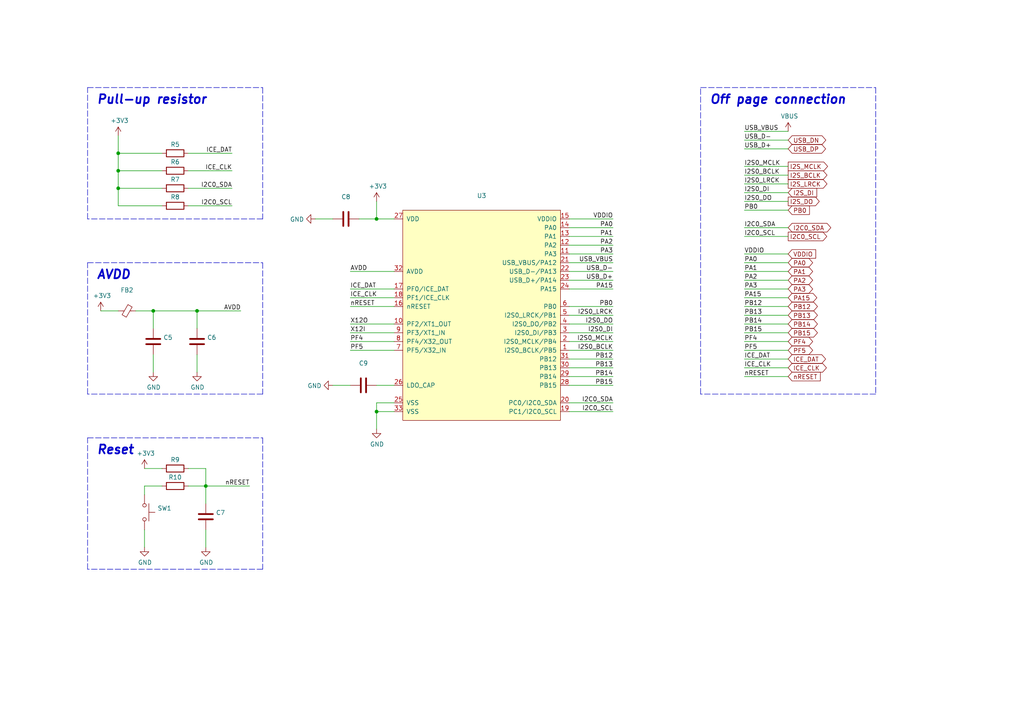
<source format=kicad_sch>
(kicad_sch (version 20211123) (generator eeschema)
  (paper "A4")
  (title_block (title "NuDAC") (date "2021-06-02") (rev "1.0.0") (company "DANCHOUZHOU") (comment 1 "Copyright © Danny Chou, all rights reserved.") (comment 2 "danchouzhou@gmail.com"))
  (lib_symbols
    (symbol "M482ZGCAE:M482ZGCAE" (pin_names (offset 1.016))
      (property "Reference" "U" (at 0 34.29 0))
      (property "Value" "M482ZGCAE" (at 0 31.75 0))
      (symbol "M482ZGCAE_0_1"
        (rectangle (start -22.86 30.48) (end 22.86 -30.48) (fill (type background)))
      )
      (symbol "M482ZGCAE_1_1"
        (pin bidirectional line (at 25.4 -10.16 180) (length 2.54) (name "I2S0_BCLK/PB5") (number "1"))
        (pin bidirectional line (at -25.4 -2.54 0) (length 2.54) (name "PF2/XT1_OUT") (number "10"))
        (pin bidirectional line (at 25.4 17.78 180) (length 2.54) (name "PA3") (number "11"))
        (pin bidirectional line (at 25.4 20.32 180) (length 2.54) (name "PA2") (number "12"))
        (pin bidirectional line (at 25.4 22.86 180) (length 2.54) (name "PA1") (number "13"))
        (pin bidirectional line (at 25.4 25.4 180) (length 2.54) (name "PA0") (number "14"))
        (pin power_in line (at 25.4 27.94 180) (length 2.54) (name "VDDIO") (number "15"))
        (pin input line (at -25.4 2.54 0) (length 2.54) (name "nRESET") (number "16"))
        (pin bidirectional line (at -25.4 7.62 0) (length 2.54) (name "PF0/ICE_DAT") (number "17"))
        (pin bidirectional line (at -25.4 5.08 0) (length 2.54) (name "PF1/ICE_CLK") (number "18"))
        (pin bidirectional line (at 25.4 -27.94 180) (length 2.54) (name "PC1/I2C0_SCL") (number "19"))
        (pin bidirectional line (at 25.4 -7.62 180) (length 2.54) (name "I2S0_MCLK/PB4") (number "2"))
        (pin bidirectional line (at 25.4 -25.4 180) (length 2.54) (name "PC0/I2C0_SDA") (number "20"))
        (pin power_in line (at 25.4 15.24 180) (length 2.54) (name "USB_VBUS/PA12") (number "21"))
        (pin bidirectional line (at 25.4 12.7 180) (length 2.54) (name "USB_D-/PA13") (number "22"))
        (pin bidirectional line (at 25.4 10.16 180) (length 2.54) (name "USB_D+/PA14") (number "23"))
        (pin bidirectional line (at 25.4 7.62 180) (length 2.54) (name "PA15") (number "24"))
        (pin power_in line (at -25.4 -25.4 0) (length 2.54) (name "VSS") (number "25"))
        (pin output line (at -25.4 -20.32 0) (length 2.54) (name "LDO_CAP") (number "26"))
        (pin power_in line (at -25.4 27.94 0) (length 2.54) (name "VDD") (number "27"))
        (pin power_in line (at 25.4 -20.32 180) (length 2.54) (name "PB15") (number "28"))
        (pin power_in line (at 25.4 -17.78 180) (length 2.54) (name "PB14") (number "29"))
        (pin bidirectional line (at 25.4 -5.08 180) (length 2.54) (name "I2S0_DI/PB3") (number "3"))
        (pin power_in line (at 25.4 -15.24 180) (length 2.54) (name "PB13") (number "30"))
        (pin power_in line (at 25.4 -12.7 180) (length 2.54) (name "PB12") (number "31"))
        (pin power_in line (at -25.4 12.7 0) (length 2.54) (name "AVDD") (number "32"))
        (pin power_in line (at -25.4 -27.94 0) (length 2.54) (name "VSS") (number "33"))
        (pin bidirectional line (at 25.4 -2.54 180) (length 2.54) (name "I2S0_DO/PB2") (number "4"))
        (pin bidirectional line (at 25.4 0 180) (length 2.54) (name "I2S0_LRCK/PB1") (number "5"))
        (pin bidirectional line (at 25.4 2.54 180) (length 2.54) (name "PB0") (number "6"))
        (pin bidirectional line (at -25.4 -10.16 0) (length 2.54) (name "PF5/X32_IN") (number "7"))
        (pin bidirectional line (at -25.4 -7.62 0) (length 2.54) (name "PF4/X32_OUT") (number "8"))
        (pin bidirectional line (at -25.4 -5.08 0) (length 2.54) (name "PF3/XT1_IN") (number "9"))
      )
    )
    (symbol "NuDAC-rescue:+3.3V-power" (power) (pin_names (offset 0))
      (property "Value" "+3.3V-power" (at 0 3.556 0))
      (symbol "+3.3V-power_0_1"
        (polyline (pts (xy -0.762 1.27) (xy 0 2.54)))
        (polyline (pts (xy 0 0) (xy 0 2.54)))
        (polyline (pts (xy 0 2.54) (xy 0.762 1.27)))
      )
      (symbol "+3.3V-power_1_1"
        (pin power_in line (at 0 0 90) (length 0) hide (name "+3V3") (number "1"))
      )
    )
    (symbol "NuDAC-rescue:+3V3-power" (power) (pin_names (offset 0))
      (property "Value" "+3V3-power" (at 0 3.556 0))
      (symbol "+3V3-power_0_1"
        (polyline (pts (xy -0.762 1.27) (xy 0 2.54)))
        (polyline (pts (xy 0 0) (xy 0 2.54)))
        (polyline (pts (xy 0 2.54) (xy 0.762 1.27)))
      )
      (symbol "+3V3-power_1_1"
        (pin power_in line (at 0 0 90) (length 0) hide (name "+3V3") (number "1"))
      )
    )
    (symbol "NuDAC-rescue:C-Device" (pin_numbers hide) (pin_names (offset 0.254))
      (property "Reference" "C" (at 0.635 2.54 0))
      (property "Value" "C-Device" (at 0.635 -2.54 0))
      (symbol "C-Device_0_1"
        (polyline (pts (xy -2.032 -0.762) (xy 2.032 -0.762)) (stroke (width 0.508)))
        (polyline (pts (xy -2.032 0.762) (xy 2.032 0.762)) (stroke (width 0.508)))
      )
      (symbol "C-Device_1_1"
        (pin passive line (at 0 3.81 270) (length 2.794) (name "~") (number "1"))
        (pin passive line (at 0 -3.81 90) (length 2.794) (name "~") (number "2"))
      )
    )
    (symbol "NuDAC-rescue:Ferrite_Bead_Small-Device" (pin_numbers hide) (pin_names (offset 0))
      (property "Reference" "FB" (at 1.905 1.27 0))
      (property "Value" "Ferrite_Bead_Small-Device" (at 1.905 -1.27 0))
      (symbol "Ferrite_Bead_Small-Device_0_1"
        (polyline (pts (xy 0 -1.27) (xy 0 -0.7874)))
        (polyline (pts (xy 0 0.889) (xy 0 1.2954)))
        (polyline (pts (xy -1.8288 0.2794) (xy -1.1176 1.4986) (xy 1.8288 -0.2032) (xy 1.1176 -1.4224) (xy -1.8288 0.2794)))
      )
      (symbol "Ferrite_Bead_Small-Device_1_1"
        (pin passive line (at 0 2.54 270) (length 1.27) (name "~") (number "1"))
        (pin passive line (at 0 -2.54 90) (length 1.27) (name "~") (number "2"))
      )
    )
    (symbol "NuDAC-rescue:GND-power" (power) (pin_names (offset 0))
      (property "Value" "GND-power" (at 0 -3.81 0))
      (symbol "GND-power_0_1"
        (polyline (pts (xy 0 0) (xy 0 -1.27) (xy 1.27 -1.27) (xy 0 -2.54) (xy -1.27 -1.27) (xy 0 -1.27)))
      )
      (symbol "GND-power_1_1"
        (pin power_in line (at 0 0 270) (length 0) hide (name "GND") (number "1"))
      )
    )
    (symbol "NuDAC-rescue:R-Device" (pin_numbers hide) (pin_names (offset 0))
      (property "Reference" "R" (at 2.032 0 90))
      (property "Value" "R-Device" (at 0 0 90))
      (symbol "R-Device_0_1"
        (rectangle (start -1.016 -2.54) (end 1.016 2.54) (stroke (width 0.254)))
      )
      (symbol "R-Device_1_1"
        (pin passive line (at 0 3.81 270) (length 1.27) (name "~") (number "1"))
        (pin passive line (at 0 -3.81 90) (length 1.27) (name "~") (number "2"))
      )
    )
    (symbol "NuDAC-rescue:SW_Push-Switch" (pin_numbers hide) (pin_names (offset 1.016) hide)
      (property "Reference" "SW" (at 1.27 2.54 0))
      (property "Value" "SW_Push-Switch" (at 0 -1.524 0))
      (symbol "SW_Push-Switch_0_1"
        (circle (center -2.032 0) (radius 0.508))
        (polyline (pts (xy 0 1.27) (xy 0 3.048)))
        (polyline (pts (xy 2.54 1.27) (xy -2.54 1.27)))
        (circle (center 2.032 0) (radius 0.508))
        (pin passive line (at -5.08 0 0) (length 2.54) (name "1") (number "1"))
        (pin passive line (at 5.08 0 180) (length 2.54) (name "2") (number "2"))
      )
    )
    (symbol "power:VBUS" (power) (pin_names (offset 0))
      (property "Value" "VBUS" (at 0 3.81 0))
      (symbol "VBUS_0_1"
        (polyline (pts (xy -0.762 1.27) (xy 0 2.54)))
        (polyline (pts (xy 0 0) (xy 0 2.54)))
        (polyline (pts (xy 0 2.54) (xy 0.762 1.27)))
      )
      (symbol "VBUS_1_1"
        (pin power_in line (at 0 0 90) (length 0) hide (name "VBUS") (number "1"))
      )
    )
  )
  (junction (at 34.29 49.53))
  (junction (at 44.45 90.17))
  (junction (at 59.69 140.97))
  (junction (at 57.15 90.17))
  (junction (at 109.22 119.38))
  (junction (at 109.22 63.5))
  (junction (at 34.29 54.61))
  (junction (at 34.29 44.45))
  (wire (pts (xy 104.14 63.5) (xy 109.22 63.5)))
  (wire (pts (xy 44.45 107.95) (xy 44.45 102.87)))
  (wire (pts (xy 101.6 99.06) (xy 114.3 99.06)))
  (wire (pts (xy 215.9 81.28) (xy 228.6 81.28)))
  (wire (pts (xy 215.9 73.66) (xy 228.6 73.66)))
  (wire (pts (xy 215.9 88.9) (xy 228.6 88.9)))
  (wire (pts (xy 109.22 63.5) (xy 109.22 58.42)))
  (wire (pts (xy 215.9 38.1) (xy 228.6 38.1)))
  (wire (pts (xy 215.9 53.34) (xy 228.6 53.34)))
  (wire (pts (xy 215.9 96.52) (xy 228.6 96.52)))
  (wire (pts (xy 34.29 59.69) (xy 34.29 54.61)))
  (polyline (pts (xy 25.4 63.5) (xy 25.4 25.4)))
  (wire (pts (xy 59.69 140.97) (xy 72.39 140.97)))
  (polyline (pts (xy 76.2 63.5) (xy 25.4 63.5)))
  (wire (pts (xy 177.8 99.06) (xy 165.1 99.06)))
  (wire (pts (xy 34.29 54.61) (xy 46.99 54.61)))
  (wire (pts (xy 67.31 59.69) (xy 54.61 59.69)))
  (wire (pts (xy 215.9 43.18) (xy 228.6 43.18)))
  (wire (pts (xy 109.22 119.38) (xy 114.3 119.38)))
  (polyline (pts (xy 25.4 127) (xy 76.2 127)))
  (wire (pts (xy 165.1 116.84) (xy 177.8 116.84)))
  (polyline (pts (xy 254 114.3) (xy 203.2 114.3)))
  (wire (pts (xy 57.15 107.95) (xy 57.15 102.87)))
  (wire (pts (xy 57.15 90.17) (xy 57.15 95.25)))
  (wire (pts (xy 59.69 158.75) (xy 59.69 153.67)))
  (wire (pts (xy 215.9 40.64) (xy 228.6 40.64)))
  (wire (pts (xy 101.6 96.52) (xy 114.3 96.52)))
  (wire (pts (xy 177.8 73.66) (xy 165.1 73.66)))
  (wire (pts (xy 215.9 55.88) (xy 228.6 55.88)))
  (wire (pts (xy 54.61 135.89) (xy 59.69 135.89)))
  (wire (pts (xy 101.6 86.36) (xy 114.3 86.36)))
  (wire (pts (xy 101.6 101.6) (xy 114.3 101.6)))
  (wire (pts (xy 41.91 135.89) (xy 46.99 135.89)))
  (wire (pts (xy 177.8 88.9) (xy 165.1 88.9)))
  (wire (pts (xy 177.8 83.82) (xy 165.1 83.82)))
  (wire (pts (xy 228.6 66.04) (xy 215.9 66.04)))
  (wire (pts (xy 101.6 83.82) (xy 114.3 83.82)))
  (polyline (pts (xy 203.2 114.3) (xy 203.2 25.4)))
  (wire (pts (xy 59.69 140.97) (xy 59.69 146.05)))
  (wire (pts (xy 109.22 111.76) (xy 114.3 111.76)))
  (wire (pts (xy 177.8 104.14) (xy 165.1 104.14)))
  (wire (pts (xy 41.91 140.97) (xy 41.91 143.51)))
  (wire (pts (xy 177.8 78.74) (xy 165.1 78.74)))
  (wire (pts (xy 54.61 44.45) (xy 67.31 44.45)))
  (wire (pts (xy 215.9 93.98) (xy 228.6 93.98)))
  (wire (pts (xy 109.22 63.5) (xy 114.3 63.5)))
  (wire (pts (xy 109.22 116.84) (xy 114.3 116.84)))
  (wire (pts (xy 177.8 106.68) (xy 165.1 106.68)))
  (polyline (pts (xy 25.4 165.1) (xy 25.4 127)))
  (wire (pts (xy 101.6 78.74) (xy 114.3 78.74)))
  (polyline (pts (xy 25.4 114.3) (xy 25.4 76.2)))
  (wire (pts (xy 177.8 96.52) (xy 165.1 96.52)))
  (wire (pts (xy 29.21 90.17) (xy 34.29 90.17)))
  (wire (pts (xy 215.9 58.42) (xy 228.6 58.42)))
  (wire (pts (xy 215.9 86.36) (xy 228.6 86.36)))
  (wire (pts (xy 228.6 68.58) (xy 215.9 68.58)))
  (wire (pts (xy 177.8 91.44) (xy 165.1 91.44)))
  (wire (pts (xy 215.9 109.22) (xy 228.6 109.22)))
  (wire (pts (xy 177.8 76.2) (xy 165.1 76.2)))
  (polyline (pts (xy 25.4 25.4) (xy 76.2 25.4)))
  (wire (pts (xy 109.22 116.84) (xy 109.22 119.38)))
  (wire (pts (xy 177.8 68.58) (xy 165.1 68.58)))
  (wire (pts (xy 34.29 49.53) (xy 34.29 44.45)))
  (wire (pts (xy 215.9 60.96) (xy 228.6 60.96)))
  (wire (pts (xy 177.8 63.5) (xy 165.1 63.5)))
  (wire (pts (xy 177.8 66.04) (xy 165.1 66.04)))
  (wire (pts (xy 57.15 90.17) (xy 69.85 90.17)))
  (wire (pts (xy 34.29 44.45) (xy 34.29 39.37)))
  (wire (pts (xy 96.52 111.76) (xy 101.6 111.76)))
  (wire (pts (xy 215.9 101.6) (xy 228.6 101.6)))
  (wire (pts (xy 101.6 88.9) (xy 114.3 88.9)))
  (wire (pts (xy 177.8 109.22) (xy 165.1 109.22)))
  (wire (pts (xy 34.29 49.53) (xy 46.99 49.53)))
  (polyline (pts (xy 76.2 114.3) (xy 25.4 114.3)))
  (wire (pts (xy 44.45 90.17) (xy 57.15 90.17)))
  (polyline (pts (xy 76.2 25.4) (xy 76.2 63.5)))
  (wire (pts (xy 215.9 104.14) (xy 228.6 104.14)))
  (wire (pts (xy 177.8 81.28) (xy 165.1 81.28)))
  (polyline (pts (xy 254 25.4) (xy 254 114.3)))
  (wire (pts (xy 109.22 119.38) (xy 109.22 124.46)))
  (wire (pts (xy 41.91 158.75) (xy 41.91 153.67)))
  (wire (pts (xy 215.9 78.74) (xy 228.6 78.74)))
  (wire (pts (xy 59.69 135.89) (xy 59.69 140.97)))
  (wire (pts (xy 177.8 101.6) (xy 165.1 101.6)))
  (wire (pts (xy 165.1 119.38) (xy 177.8 119.38)))
  (wire (pts (xy 39.37 90.17) (xy 44.45 90.17)))
  (wire (pts (xy 215.9 76.2) (xy 228.6 76.2)))
  (wire (pts (xy 177.8 71.12) (xy 165.1 71.12)))
  (polyline (pts (xy 76.2 76.2) (xy 76.2 114.3)))
  (wire (pts (xy 215.9 91.44) (xy 228.6 91.44)))
  (wire (pts (xy 215.9 83.82) (xy 228.6 83.82)))
  (polyline (pts (xy 25.4 76.2) (xy 76.2 76.2)))
  (wire (pts (xy 101.6 93.98) (xy 114.3 93.98)))
  (polyline (pts (xy 76.2 127) (xy 76.2 165.1)))
  (wire (pts (xy 177.8 93.98) (xy 165.1 93.98)))
  (wire (pts (xy 46.99 59.69) (xy 34.29 59.69)))
  (wire (pts (xy 67.31 54.61) (xy 54.61 54.61)))
  (wire (pts (xy 54.61 140.97) (xy 59.69 140.97)))
  (wire (pts (xy 44.45 90.17) (xy 44.45 95.25)))
  (polyline (pts (xy 76.2 165.1) (xy 25.4 165.1)))
  (wire (pts (xy 91.44 63.5) (xy 96.52 63.5)))
  (wire (pts (xy 34.29 44.45) (xy 46.99 44.45)))
  (wire (pts (xy 215.9 48.26) (xy 228.6 48.26)))
  (wire (pts (xy 67.31 49.53) (xy 54.61 49.53)))
  (polyline (pts (xy 203.2 25.4) (xy 254 25.4)))
  (wire (pts (xy 177.8 111.76) (xy 165.1 111.76)))
  (wire (pts (xy 215.9 99.06) (xy 228.6 99.06)))
  (wire (pts (xy 215.9 106.68) (xy 228.6 106.68)))
  (wire (pts (xy 46.99 140.97) (xy 41.91 140.97)))
  (wire (pts (xy 215.9 50.8) (xy 228.6 50.8)))
  (wire (pts (xy 34.29 54.61) (xy 34.29 49.53)))
  (text "Reset" (at 27.94 132.08 0) (effects (font (size 2.54 2.54) (thickness 0.508) bold italic) (justify left bottom)))
  (text "Off page connection" (at 205.74 30.48 0) (effects (font (size 2.54 2.54) (thickness 0.508) bold italic) (justify left bottom)))
  (text "Pull-up resistor" (at 27.94 30.48 0) (effects (font (size 2.54 2.54) (thickness 0.508) bold italic) (justify left bottom)))
  (text "AVDD" (at 27.94 81.28 0) (effects (font (size 2.54 2.54) (thickness 0.508) bold italic) (justify left bottom)))
  (label "ICE_CLK" (at 215.9 106.68 0))
  (label "PF5" (at 215.9 101.6 0))
  (label "PA1" (at 177.8 68.58 180))
  (label "PA2" (at 215.9 81.28 0))
  (label "I2C0_SDA" (at 177.8 116.84 180))
  (label "PA0" (at 177.8 66.04 180))
  (label "PA15" (at 215.9 86.36 0))
  (label "PB15" (at 177.8 111.76 180))
  (label "PA3" (at 177.8 73.66 180))
  (label "PB12" (at 177.8 104.14 180))
  (label "ICE_DAT" (at 101.6 83.82 0))
  (label "USB_D+" (at 215.9 43.18 0))
  (label "I2S0_DI" (at 215.9 55.88 0))
  (label "I2C0_SDA" (at 67.31 54.61 180))
  (label "PF4" (at 101.6 99.06 0))
  (label "I2S0_LRCK" (at 215.9 53.34 0))
  (label "I2S0_DO" (at 215.9 58.42 0))
  (label "PB14" (at 215.9 93.98 0))
  (label "VDDIO" (at 177.8 63.5 180))
  (label "nRESET" (at 72.39 140.97 180))
  (label "PB15" (at 215.9 96.52 0))
  (label "I2S0_MCLK" (at 177.8 99.06 180))
  (label "ICE_CLK" (at 101.6 86.36 0))
  (label "I2C0_SDA" (at 215.9 66.04 0))
  (label "I2S0_LRCK" (at 177.8 91.44 180))
  (label "I2C0_SCL" (at 67.31 59.69 180))
  (label "PB13" (at 177.8 106.68 180))
  (label "USB_VBUS" (at 177.8 76.2 180))
  (label "PF4" (at 215.9 99.06 0))
  (label "VDDIO" (at 215.9 73.66 0))
  (label "PA15" (at 177.8 83.82 180))
  (label "PA2" (at 177.8 71.12 180))
  (label "USB_D-" (at 177.8 78.74 180))
  (label "PF5" (at 101.6 101.6 0))
  (label "nRESET" (at 101.6 88.9 0))
  (label "AVDD" (at 69.85 90.17 180))
  (label "PB14" (at 177.8 109.22 180))
  (label "PA3" (at 215.9 83.82 0))
  (label "I2S0_DO" (at 177.8 93.98 180))
  (label "PB0" (at 215.9 60.96 0))
  (label "I2S0_BCLK" (at 215.9 50.8 0))
  (label "I2C0_SCL" (at 215.9 68.58 0))
  (label "PA0" (at 215.9 76.2 0))
  (label "PA1" (at 215.9 78.74 0))
  (label "ICE_CLK" (at 67.31 49.53 180))
  (label "I2C0_SCL" (at 177.8 119.38 180))
  (label "ICE_DAT" (at 67.31 44.45 180))
  (label "X12I" (at 101.6 96.52 0))
  (label "USB_D-" (at 215.9 40.64 0))
  (label "AVDD" (at 101.6 78.74 0))
  (label "I2S0_DI" (at 177.8 96.52 180))
  (label "USB_VBUS" (at 215.9 38.1 0))
  (label "nRESET" (at 215.9 109.22 0))
  (label "PB0" (at 177.8 88.9 180))
  (label "PB13" (at 215.9 91.44 0))
  (label "I2S0_BCLK" (at 177.8 101.6 180))
  (label "I2S0_MCLK" (at 215.9 48.26 0))
  (label "X12O" (at 101.6 93.98 0))
  (label "PB12" (at 215.9 88.9 0))
  (label "ICE_DAT" (at 215.9 104.14 0))
  (label "USB_D+" (at 177.8 81.28 180))
  (global_label "I2C0_SCL" (shape output) (at 228.6 68.58 0) (property "Intersheet References" "${INTERSHEET_REFS}" (effects hide)))
  (global_label "PA15" (shape bidirectional) (at 228.6 86.36 0) (property "Intersheet References" "${INTERSHEET_REFS}" (effects hide)))
  (global_label "PA1" (shape bidirectional) (at 228.6 78.74 0) (property "Intersheet References" "${INTERSHEET_REFS}" (effects hide)))
  (global_label "PB13" (shape bidirectional) (at 228.6 91.44 0) (property "Intersheet References" "${INTERSHEET_REFS}" (effects hide)))
  (global_label "PF4" (shape bidirectional) (at 228.6 99.06 0) (property "Intersheet References" "${INTERSHEET_REFS}" (effects hide)))
  (global_label "I2S_DI" (shape input) (at 228.6 55.88 0) (property "Intersheet References" "${INTERSHEET_REFS}" (effects hide)))
  (global_label "I2S_MCLK" (shape output) (at 228.6 48.26 0) (property "Intersheet References" "${INTERSHEET_REFS}" (effects hide)))
  (global_label "PA3" (shape bidirectional) (at 228.6 83.82 0) (property "Intersheet References" "${INTERSHEET_REFS}" (effects hide)))
  (global_label "I2S_DO" (shape output) (at 228.6 58.42 0) (property "Intersheet References" "${INTERSHEET_REFS}" (effects hide)))
  (global_label "PA2" (shape bidirectional) (at 228.6 81.28 0) (property "Intersheet References" "${INTERSHEET_REFS}" (effects hide)))
  (global_label "I2C0_SDA" (shape bidirectional) (at 228.6 66.04 0) (property "Intersheet References" "${INTERSHEET_REFS}" (effects hide)))
  (global_label "VDDIO" (shape input) (at 228.6 73.66 0) (property "Intersheet References" "${INTERSHEET_REFS}" (effects hide)))
  (global_label "I2S_BCLK" (shape output) (at 228.6 50.8 0) (property "Intersheet References" "${INTERSHEET_REFS}" (effects hide)))
  (global_label "PF5" (shape bidirectional) (at 228.6 101.6 0) (property "Intersheet References" "${INTERSHEET_REFS}" (effects hide)))
  (global_label "PB0" (shape input) (at 228.6 60.96 0) (property "Intersheet References" "${INTERSHEET_REFS}" (effects hide)))
  (global_label "PB12" (shape bidirectional) (at 228.6 88.9 0) (property "Intersheet References" "${INTERSHEET_REFS}" (effects hide)))
  (global_label "I2S_LRCK" (shape output) (at 228.6 53.34 0) (property "Intersheet References" "${INTERSHEET_REFS}" (effects hide)))
  (global_label "ICE_CLK" (shape bidirectional) (at 228.6 106.68 0) (property "Intersheet References" "${INTERSHEET_REFS}" (effects hide)))
  (global_label "PA0" (shape bidirectional) (at 228.6 76.2 0) (property "Intersheet References" "${INTERSHEET_REFS}" (effects hide)))
  (global_label "USB_DP" (shape bidirectional) (at 228.6 43.18 0) (property "Intersheet References" "${INTERSHEET_REFS}" (effects hide)))
  (global_label "nRESET" (shape input) (at 228.6 109.22 0) (property "Intersheet References" "${INTERSHEET_REFS}" (effects hide)))
  (global_label "USB_DN" (shape bidirectional) (at 228.6 40.64 0) (property "Intersheet References" "${INTERSHEET_REFS}" (effects hide)))
  (global_label "PB14" (shape bidirectional) (at 228.6 93.98 0) (property "Intersheet References" "${INTERSHEET_REFS}" (effects hide)))
  (global_label "ICE_DAT" (shape bidirectional) (at 228.6 104.14 0) (property "Intersheet References" "${INTERSHEET_REFS}" (effects hide)))
  (global_label "PB15" (shape bidirectional) (at 228.6 96.52 0) (property "Intersheet References" "${INTERSHEET_REFS}" (effects hide)))
  (symbol (lib_id "M482ZGCAE:M482ZGCAE") (at 139.7 91.44 0) (unit 1)
    (property "Reference" "U3" (at 139.7 56.769 0))
  )
  (symbol (lib_id "NuDAC-rescue:C-Device") (at 100.33 63.5 270) (unit 1)
    (property "Reference" "C8" (at 100.33 57.0992 90))
  )
  (symbol (lib_id "NuDAC-rescue:GND-power") (at 91.44 63.5 270) (unit 1)
    (property "Reference" "#PWR022" (effects hide))
  )
  (symbol (lib_id "NuDAC-rescue:GND-power") (at 109.22 124.46 0) (unit 1)
    (property "Reference" "#PWR025" (effects hide))
  )
  (symbol (lib_id "NuDAC-rescue:C-Device") (at 105.41 111.76 270) (unit 1)
    (property "Reference" "C9" (at 105.41 105.3592 90))
  )
  (symbol (lib_id "NuDAC-rescue:GND-power") (at 96.52 111.76 270) (unit 1)
    (property "Reference" "#PWR023" (effects hide))
  )
  (symbol (lib_id "NuDAC-rescue:+3V3-power") (at 109.22 58.42 0) (unit 1)
    (property "Reference" "#PWR024" (effects hide))
  )
  (symbol (lib_id "NuDAC-rescue:C-Device") (at 44.45 99.06 0) (unit 1)
    (property "Reference" "C5" (at 47.371 97.8916 0) (effects (justify left)))
  )
  (symbol (lib_id "NuDAC-rescue:C-Device") (at 57.15 99.06 0) (unit 1)
    (property "Reference" "C6" (at 60.071 97.8916 0) (effects (justify left)))
  )
  (symbol (lib_id "NuDAC-rescue:GND-power") (at 44.45 107.95 0) (unit 1)
    (property "Reference" "#PWR019" (effects hide))
  )
  (symbol (lib_id "NuDAC-rescue:GND-power") (at 57.15 107.95 0) (unit 1)
    (property "Reference" "#PWR020" (effects hide))
  )
  (symbol (lib_id "NuDAC-rescue:+3.3V-power") (at 29.21 90.17 0) (unit 1)
    (property "Reference" "#PWR015" (effects hide))
  )
  (symbol (lib_id "NuDAC-rescue:Ferrite_Bead_Small-Device") (at 36.83 90.17 270) (unit 1)
    (property "Reference" "FB2" (at 36.83 84.1502 90))
  )
  (symbol (lib_id "NuDAC-rescue:R-Device") (at 50.8 135.89 270) (unit 1)
    (property "Reference" "R9" (at 50.8 133.35 90))
  )
  (symbol (lib_id "NuDAC-rescue:R-Device") (at 50.8 140.97 270) (unit 1)
    (property "Reference" "R10" (at 50.8 138.43 90))
  )
  (symbol (lib_id "NuDAC-rescue:C-Device") (at 59.69 149.86 0) (unit 1)
    (property "Reference" "C7" (at 62.611 148.6916 0) (effects (justify left)))
  )
  (symbol (lib_id "NuDAC-rescue:SW_Push-Switch") (at 41.91 148.59 270) (unit 1)
    (property "Reference" "SW1" (at 45.6692 147.4216 90) (effects (justify left)))
    (property "P/N" "PTS820J25MSMTRLFS" (effects hide))
  )
  (symbol (lib_id "NuDAC-rescue:GND-power") (at 41.91 158.75 0) (unit 1)
    (property "Reference" "#PWR018" (effects hide))
  )
  (symbol (lib_id "NuDAC-rescue:GND-power") (at 59.69 158.75 0) (unit 1)
    (property "Reference" "#PWR021" (effects hide))
  )
  (symbol (lib_id "NuDAC-rescue:R-Device") (at 50.8 59.69 270) (unit 1)
    (property "Reference" "R8" (at 50.8 57.15 90))
  )
  (symbol (lib_id "NuDAC-rescue:R-Device") (at 50.8 54.61 270) (unit 1)
    (property "Reference" "R7" (at 50.8 52.07 90))
  )
  (symbol (lib_id "NuDAC-rescue:R-Device") (at 50.8 49.53 270) (unit 1)
    (property "Reference" "R6" (at 50.8 46.99 90))
  )
  (symbol (lib_id "NuDAC-rescue:R-Device") (at 50.8 44.45 270) (unit 1)
    (property "Reference" "R5" (at 50.8 41.91 90))
  )
  (symbol (lib_id "NuDAC-rescue:+3V3-power") (at 34.29 39.37 0) (unit 1)
    (property "Reference" "#PWR016" (effects hide))
  )
  (symbol (lib_id "NuDAC-rescue:+3V3-power") (at 41.91 135.89 0) (unit 1)
    (property "Reference" "#PWR0101" (effects hide))
  )
  (symbol (lib_id "power:VBUS") (at 228.6 38.1 0) (unit 1)
    (property "Reference" "#PWR026" (effects hide))
  )
)
</source>
